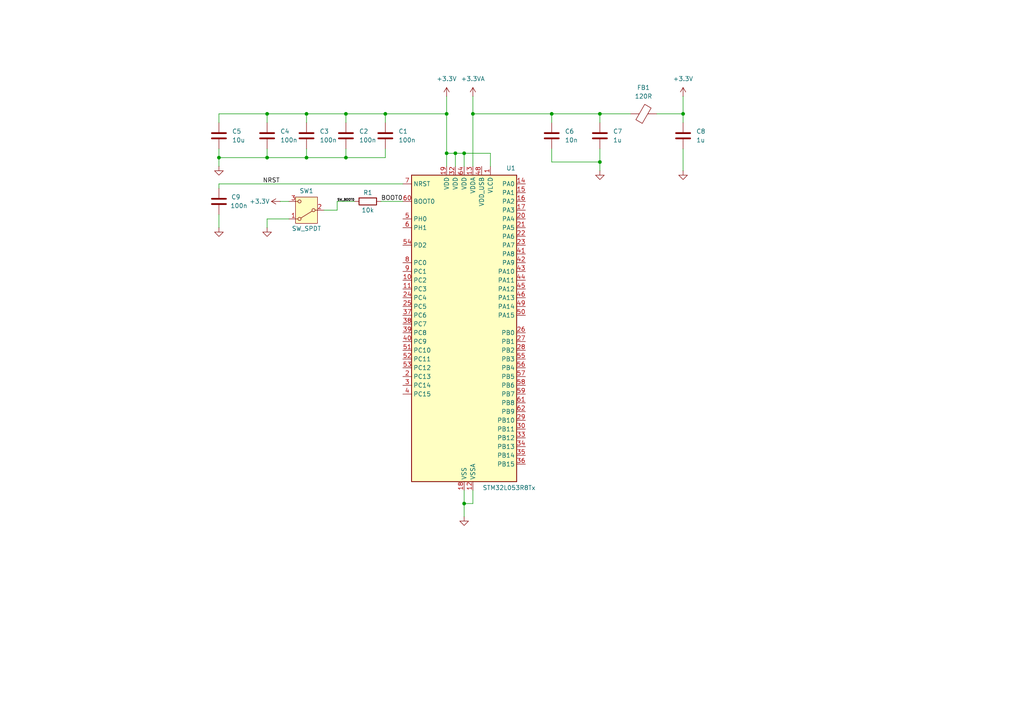
<source format=kicad_sch>
(kicad_sch (version 20231120) (generator "eeschema") (generator_version "8.0")
  (paper "A4")
  (lib_symbols
    (symbol "Device:C" (pin_numbers hide) (pin_names (offset 0.254))
      (property "Reference" "C" (at 0.635 2.54 0))
      (property "Value" "C" (at 0.635 -2.54 0))
      (symbol "C_0_1"
        (polyline (pts (xy -2.032 -0.762) (xy 2.032 -0.762)) (stroke (width 0.508)))
        (polyline (pts (xy -2.032 0.762) (xy 2.032 0.762)) (stroke (width 0.508)))
      )
      (symbol "C_1_1"
        (pin passive line (at 0 3.81 270) (length 2.794) (name "~") (number "1"))
        (pin passive line (at 0 -3.81 90) (length 2.794) (name "~") (number "2"))
      )
    )
    (symbol "Device:FerriteBead" (pin_numbers hide) (pin_names (offset 0))
      (property "Reference" "FB" (at -3.81 0.635 90))
      (property "Value" "FerriteBead" (at 3.81 0 90))
      (symbol "FerriteBead_0_1"
        (polyline (pts (xy 0 -1.27) (xy 0 -1.2192)))
        (polyline (pts (xy 0 1.27) (xy 0 1.2954)))
        (polyline (pts (xy -2.7686 0.4064) (xy -1.7018 2.2606) (xy 2.7686 -0.3048) (xy 1.6764 -2.159) (xy -2.7686 0.4064)))
      )
      (symbol "FerriteBead_1_1"
        (pin passive line (at 0 3.81 270) (length 2.54) (name "~") (number "1"))
        (pin passive line (at 0 -3.81 90) (length 2.54) (name "~") (number "2"))
      )
    )
    (symbol "Device:R" (pin_numbers hide) (pin_names (offset 0))
      (property "Reference" "R" (at 2.032 0 90))
      (property "Value" "R" (at 0 0 90))
      (symbol "R_0_1"
        (rectangle (start -1.016 -2.54) (end 1.016 2.54) (stroke (width 0.254)))
      )
      (symbol "R_1_1"
        (pin passive line (at 0 3.81 270) (length 1.27) (name "~") (number "1"))
        (pin passive line (at 0 -3.81 90) (length 1.27) (name "~") (number "2"))
      )
    )
    (symbol "MCU_ST_STM32L0:STM32L053R8Tx"
      (property "Reference" "U" (at -15.24 46.99 0))
      (property "Value" "STM32L053R8Tx" (at 10.16 46.99 0))
      (symbol "STM32L053R8Tx_0_1"
        (rectangle (start -15.24 -43.18) (end 15.24 45.72) (stroke (width 0.254)) (fill (type background)))
      )
      (symbol "STM32L053R8Tx_1_1"
        (pin power_in line (at 7.62 48.26 270) (length 2.54) (name "VLCD") (number "1"))
        (pin bidirectional line (at -17.78 15.24 0) (length 2.54) (name "PC2") (number "10"))
        (pin bidirectional line (at -17.78 12.7 0) (length 2.54) (name "PC3") (number "11"))
        (pin power_in line (at 2.54 -45.72 90) (length 2.54) (name "VSSA") (number "12"))
        (pin power_in line (at 2.54 48.26 270) (length 2.54) (name "VDDA") (number "13"))
        (pin bidirectional line (at 17.78 43.18 180) (length 2.54) (name "PA0") (number "14"))
        (pin bidirectional line (at 17.78 40.64 180) (length 2.54) (name "PA1") (number "15"))
        (pin bidirectional line (at 17.78 38.1 180) (length 2.54) (name "PA2") (number "16"))
        (pin bidirectional line (at 17.78 35.56 180) (length 2.54) (name "PA3") (number "17"))
        (pin power_in line (at 0 -45.72 90) (length 2.54) (name "VSS") (number "18"))
        (pin power_in line (at -5.08 48.26 270) (length 2.54) (name "VDD") (number "19"))
        (pin bidirectional line (at -17.78 -12.7 0) (length 2.54) (name "PC13") (number "2"))
        (pin bidirectional line (at 17.78 33.02 180) (length 2.54) (name "PA4") (number "20"))
        (pin bidirectional line (at 17.78 30.48 180) (length 2.54) (name "PA5") (number "21"))
        (pin bidirectional line (at 17.78 27.94 180) (length 2.54) (name "PA6") (number "22"))
        (pin bidirectional line (at 17.78 25.4 180) (length 2.54) (name "PA7") (number "23"))
        (pin bidirectional line (at -17.78 10.16 0) (length 2.54) (name "PC4") (number "24"))
        (pin bidirectional line (at -17.78 7.62 0) (length 2.54) (name "PC5") (number "25"))
        (pin bidirectional line (at 17.78 0 180) (length 2.54) (name "PB0") (number "26"))
        (pin bidirectional line (at 17.78 -2.54 180) (length 2.54) (name "PB1") (number "27"))
        (pin bidirectional line (at 17.78 -5.08 180) (length 2.54) (name "PB2") (number "28"))
        (pin bidirectional line (at 17.78 -25.4 180) (length 2.54) (name "PB10") (number "29"))
        (pin bidirectional line (at -17.78 -15.24 0) (length 2.54) (name "PC14") (number "3"))
        (pin bidirectional line (at 17.78 -27.94 180) (length 2.54) (name "PB11") (number "30"))
        (pin passive line (at 0 -45.72 90) (length 2.54) hide (name "VSS") (number "31"))
        (pin power_in line (at -2.54 48.26 270) (length 2.54) (name "VDD") (number "32"))
        (pin bidirectional line (at 17.78 -30.48 180) (length 2.54) (name "PB12") (number "33"))
        (pin bidirectional line (at 17.78 -33.02 180) (length 2.54) (name "PB13") (number "34"))
        (pin bidirectional line (at 17.78 -35.56 180) (length 2.54) (name "PB14") (number "35"))
        (pin bidirectional line (at 17.78 -38.1 180) (length 2.54) (name "PB15") (number "36"))
        (pin bidirectional line (at -17.78 5.08 0) (length 2.54) (name "PC6") (number "37"))
        (pin bidirectional line (at -17.78 2.54 0) (length 2.54) (name "PC7") (number "38"))
        (pin bidirectional line (at -17.78 0 0) (length 2.54) (name "PC8") (number "39"))
        (pin bidirectional line (at -17.78 -17.78 0) (length 2.54) (name "PC15") (number "4"))
        (pin bidirectional line (at -17.78 -2.54 0) (length 2.54) (name "PC9") (number "40"))
        (pin bidirectional line (at 17.78 22.86 180) (length 2.54) (name "PA8") (number "41"))
        (pin bidirectional line (at 17.78 20.32 180) (length 2.54) (name "PA9") (number "42"))
        (pin bidirectional line (at 17.78 17.78 180) (length 2.54) (name "PA10") (number "43"))
        (pin bidirectional line (at 17.78 15.24 180) (length 2.54) (name "PA11") (number "44"))
        (pin bidirectional line (at 17.78 12.7 180) (length 2.54) (name "PA12") (number "45"))
        (pin bidirectional line (at 17.78 10.16 180) (length 2.54) (name "PA13") (number "46"))
        (pin passive line (at 0 -45.72 90) (length 2.54) hide (name "VSS") (number "47"))
        (pin power_in line (at 5.08 48.26 270) (length 2.54) (name "VDD_USB") (number "48"))
        (pin bidirectional line (at 17.78 7.62 180) (length 2.54) (name "PA14") (number "49"))
        (pin bidirectional line (at -17.78 33.02 0) (length 2.54) (name "PH0") (number "5"))
        (pin bidirectional line (at 17.78 5.08 180) (length 2.54) (name "PA15") (number "50"))
        (pin bidirectional line (at -17.78 -5.08 0) (length 2.54) (name "PC10") (number "51"))
        (pin bidirectional line (at -17.78 -7.62 0) (length 2.54) (name "PC11") (number "52"))
        (pin bidirectional line (at -17.78 -10.16 0) (length 2.54) (name "PC12") (number "53"))
        (pin bidirectional line (at -17.78 25.4 0) (length 2.54) (name "PD2") (number "54"))
        (pin bidirectional line (at 17.78 -7.62 180) (length 2.54) (name "PB3") (number "55"))
        (pin bidirectional line (at 17.78 -10.16 180) (length 2.54) (name "PB4") (number "56"))
        (pin bidirectional line (at 17.78 -12.7 180) (length 2.54) (name "PB5") (number "57"))
        (pin bidirectional line (at 17.78 -15.24 180) (length 2.54) (name "PB6") (number "58"))
        (pin bidirectional line (at 17.78 -17.78 180) (length 2.54) (name "PB7") (number "59"))
        (pin bidirectional line (at -17.78 30.48 0) (length 2.54) (name "PH1") (number "6"))
        (pin input line (at -17.78 38.1 0) (length 2.54) (name "BOOT0") (number "60"))
        (pin bidirectional line (at 17.78 -20.32 180) (length 2.54) (name "PB8") (number "61"))
        (pin bidirectional line (at 17.78 -22.86 180) (length 2.54) (name "PB9") (number "62"))
        (pin passive line (at 0 -45.72 90) (length 2.54) hide (name "VSS") (number "63"))
        (pin power_in line (at 0 48.26 270) (length 2.54) (name "VDD") (number "64"))
        (pin input line (at -17.78 43.18 0) (length 2.54) (name "NRST") (number "7"))
        (pin bidirectional line (at -17.78 20.32 0) (length 2.54) (name "PC0") (number "8"))
        (pin bidirectional line (at -17.78 17.78 0) (length 2.54) (name "PC1") (number "9"))
      )
    )
    (symbol "Switch:SW_SPDT" (pin_names (offset 0) hide)
      (property "Reference" "SW" (at 0 5.08 0))
      (property "Value" "SW_SPDT" (at 0 -5.08 0))
      (symbol "SW_SPDT_0_1"
        (circle (center -2.032 0) (radius 0.4572))
        (polyline (pts (xy -1.651 0.254) (xy 1.651 2.286)))
        (circle (center 2.032 -2.54) (radius 0.4572))
        (circle (center 2.032 2.54) (radius 0.4572))
      )
      (symbol "SW_SPDT_1_1"
        (rectangle (start -3.175 3.81) (end 3.175 -3.81) (fill (type background)))
        (pin passive line (at 5.08 2.54 180) (length 2.54) (name "A") (number "1"))
        (pin passive line (at -5.08 0 0) (length 2.54) (name "B") (number "2"))
        (pin passive line (at 5.08 -2.54 180) (length 2.54) (name "C") (number "3"))
      )
    )
    (symbol "power:+3.3V" (power) (pin_numbers hide) (pin_names (offset 0) hide)
      (property "Value" "+3.3V" (at 0 3.556 0))
      (symbol "+3.3V_0_1"
        (polyline (pts (xy -0.762 1.27) (xy 0 2.54)))
        (polyline (pts (xy 0 0) (xy 0 2.54)))
        (polyline (pts (xy 0 2.54) (xy 0.762 1.27)))
      )
      (symbol "+3.3V_1_1"
        (pin power_in line (at 0 0 90) (length 0) (name "~") (number "1"))
      )
    )
    (symbol "power:+3.3VA" (power) (pin_numbers hide) (pin_names (offset 0) hide)
      (property "Value" "+3.3VA" (at 0 3.556 0))
      (symbol "+3.3VA_0_1"
        (polyline (pts (xy -0.762 1.27) (xy 0 2.54)))
        (polyline (pts (xy 0 0) (xy 0 2.54)))
        (polyline (pts (xy 0 2.54) (xy 0.762 1.27)))
      )
      (symbol "+3.3VA_1_1"
        (pin power_in line (at 0 0 90) (length 0) (name "~") (number "1"))
      )
    )
    (symbol "power:GND" (power) (pin_numbers hide) (pin_names (offset 0) hide)
      (property "Value" "GND" (at 0 -3.81 0))
      (symbol "GND_0_1"
        (polyline (pts (xy 0 0) (xy 0 -1.27) (xy 1.27 -1.27) (xy 0 -2.54) (xy -1.27 -1.27) (xy 0 -1.27)))
      )
      (symbol "GND_1_1"
        (pin power_in line (at 0 0 270) (length 0) (name "~") (number "1"))
      )
    )
  )
  (junction (at 198.12 33.02))
  (junction (at 173.99 46.99))
  (junction (at 88.9 45.72))
  (junction (at 63.5 45.72))
  (junction (at 111.76 33.02))
  (junction (at 137.16 33.02))
  (junction (at 132.08 44.45))
  (junction (at 77.47 45.72))
  (junction (at 88.9 33.02))
  (junction (at 100.33 33.02))
  (junction (at 129.54 44.45))
  (junction (at 134.62 146.05))
  (junction (at 129.54 33.02))
  (junction (at 173.99 33.02))
  (junction (at 100.33 45.72))
  (junction (at 134.62 44.45))
  (junction (at 77.47 33.02))
  (junction (at 160.02 33.02))
  (wire (pts (xy 63.5 62.23) (xy 63.5 66.04)))
  (wire (pts (xy 198.12 33.02) (xy 198.12 35.56)))
  (wire (pts (xy 134.62 44.45) (xy 134.62 48.26)))
  (wire (pts (xy 63.5 35.56) (xy 63.5 33.02)))
  (wire (pts (xy 134.62 44.45) (xy 142.24 44.45)))
  (wire (pts (xy 77.47 43.18) (xy 77.47 45.72)))
  (wire (pts (xy 129.54 44.45) (xy 132.08 44.45)))
  (wire (pts (xy 173.99 46.99) (xy 160.02 46.99)))
  (wire (pts (xy 63.5 43.18) (xy 63.5 45.72)))
  (wire (pts (xy 63.5 33.02) (xy 77.47 33.02)))
  (wire (pts (xy 160.02 46.99) (xy 160.02 43.18)))
  (wire (pts (xy 97.79 60.96) (xy 97.79 58.42)))
  (wire (pts (xy 132.08 44.45) (xy 132.08 48.26)))
  (wire (pts (xy 129.54 27.94) (xy 129.54 33.02)))
  (wire (pts (xy 129.54 33.02) (xy 111.76 33.02)))
  (wire (pts (xy 173.99 33.02) (xy 173.99 35.56)))
  (wire (pts (xy 88.9 45.72) (xy 100.33 45.72)))
  (wire (pts (xy 134.62 146.05) (xy 134.62 149.86)))
  (wire (pts (xy 129.54 44.45) (xy 129.54 48.26)))
  (wire (pts (xy 88.9 43.18) (xy 88.9 45.72)))
  (wire (pts (xy 137.16 27.94) (xy 137.16 33.02)))
  (wire (pts (xy 77.47 63.5) (xy 77.47 66.04)))
  (wire (pts (xy 173.99 43.18) (xy 173.99 46.99)))
  (wire (pts (xy 100.33 33.02) (xy 100.33 35.56)))
  (wire (pts (xy 100.33 33.02) (xy 88.9 33.02)))
  (wire (pts (xy 63.5 53.34) (xy 116.84 53.34)))
  (wire (pts (xy 129.54 33.02) (xy 129.54 44.45)))
  (wire (pts (xy 173.99 33.02) (xy 182.88 33.02)))
  (wire (pts (xy 63.5 54.61) (xy 63.5 53.34)))
  (wire (pts (xy 100.33 43.18) (xy 100.33 45.72)))
  (wire (pts (xy 81.28 58.42) (xy 83.82 58.42)))
  (wire (pts (xy 63.5 45.72) (xy 77.47 45.72)))
  (wire (pts (xy 132.08 44.45) (xy 134.62 44.45)))
  (wire (pts (xy 93.98 60.96) (xy 97.79 60.96)))
  (wire (pts (xy 111.76 33.02) (xy 111.76 35.56)))
  (wire (pts (xy 190.5 33.02) (xy 198.12 33.02)))
  (wire (pts (xy 137.16 33.02) (xy 137.16 48.26)))
  (wire (pts (xy 137.16 33.02) (xy 160.02 33.02)))
  (wire (pts (xy 110.49 58.42) (xy 116.84 58.42)))
  (wire (pts (xy 142.24 44.45) (xy 142.24 48.26)))
  (wire (pts (xy 134.62 146.05) (xy 137.16 146.05)))
  (wire (pts (xy 160.02 33.02) (xy 173.99 33.02)))
  (wire (pts (xy 77.47 33.02) (xy 77.47 35.56)))
  (wire (pts (xy 137.16 142.24) (xy 137.16 146.05)))
  (wire (pts (xy 111.76 33.02) (xy 100.33 33.02)))
  (wire (pts (xy 100.33 45.72) (xy 111.76 45.72)))
  (wire (pts (xy 198.12 27.94) (xy 198.12 33.02)))
  (wire (pts (xy 198.12 43.18) (xy 198.12 49.53)))
  (wire (pts (xy 77.47 45.72) (xy 88.9 45.72)))
  (wire (pts (xy 88.9 33.02) (xy 77.47 33.02)))
  (wire (pts (xy 173.99 46.99) (xy 173.99 49.53)))
  (wire (pts (xy 134.62 142.24) (xy 134.62 146.05)))
  (wire (pts (xy 63.5 45.72) (xy 63.5 48.26)))
  (wire (pts (xy 77.47 63.5) (xy 83.82 63.5)))
  (wire (pts (xy 97.79 58.42) (xy 102.87 58.42)))
  (wire (pts (xy 160.02 33.02) (xy 160.02 35.56)))
  (wire (pts (xy 111.76 45.72) (xy 111.76 43.18)))
  (wire (pts (xy 88.9 33.02) (xy 88.9 35.56)))
  (label "NRST" (at 76.2 53.34 0))
  (label "SW_BOOT0" (at 97.79 58.42 0) (effects (font (size 0.635 0.635))))
  (label "BOOT0" (at 110.49 58.42 0))
  (symbol (lib_id "power:+3.3V") (at 129.54 27.94 0) (unit 1)
    (property "Reference" "#PWR02" (effects (hide yes)))
    (property "Value" "+3.3V" (at 129.54 22.86 0))
    (property "Description" "Power symbol creates a global label with name \"+3.3V\"" (effects (hide yes)))
  )
  (symbol (lib_id "Device:C") (at 77.47 39.37 0) (unit 1)
    (property "Reference" "C4" (at 81.28 38.0999 0) (effects (justify left)))
    (property "Value" "100n" (at 81.28 40.6399 0) (effects (justify left)))
    (property "Description" "Unpolarized capacitor" (effects (hide yes)))
  )
  (symbol (lib_id "power:GND") (at 173.99 49.53 0) (unit 1)
    (property "Reference" "#PWR05" (effects (hide yes)))
    (property "Value" "GND" (effects (hide yes)))
    (property "Description" "Power symbol creates a global label with name \"GND\" , ground" (effects (hide yes)))
  )
  (symbol (lib_id "Device:C") (at 63.5 58.42 0) (unit 1)
    (property "Reference" "C9" (at 67.056 57.15 0) (effects (justify left)))
    (property "Value" "100n" (at 66.802 59.69 0) (effects (justify left)))
    (property "Description" "Unpolarized capacitor" (effects (hide yes)))
  )
  (symbol (lib_id "power:+3.3V") (at 198.12 27.94 0) (unit 1)
    (property "Reference" "#PWR07" (effects (hide yes)))
    (property "Value" "+3.3V" (at 198.12 22.86 0))
    (property "Description" "Power symbol creates a global label with name \"+3.3V\"" (effects (hide yes)))
  )
  (symbol (lib_id "Device:C") (at 111.76 39.37 0) (unit 1)
    (property "Reference" "C1" (at 115.57 38.0999 0) (effects (justify left)))
    (property "Value" "100n" (at 115.57 40.6399 0) (effects (justify left)))
    (property "Description" "Unpolarized capacitor" (effects (hide yes)))
  )
  (symbol (lib_id "power:GND") (at 77.47 66.04 0) (unit 1)
    (property "Reference" "#PWR09" (effects (hide yes)))
    (property "Value" "GND" (effects (hide yes)))
    (property "Description" "Power symbol creates a global label with name \"GND\" , ground" (effects (hide yes)))
  )
  (symbol (lib_id "power:GND") (at 198.12 49.53 0) (unit 1)
    (property "Reference" "#PWR06" (effects (hide yes)))
    (property "Value" "GND" (effects (hide yes)))
    (property "Description" "Power symbol creates a global label with name \"GND\" , ground" (effects (hide yes)))
  )
  (symbol (lib_id "power:GND") (at 63.5 66.04 0) (unit 1)
    (property "Reference" "#PWR08" (effects (hide yes)))
    (property "Value" "GND" (effects (hide yes)))
    (property "Description" "Power symbol creates a global label with name \"GND\" , ground" (effects (hide yes)))
  )
  (symbol (lib_id "power:GND") (at 134.62 149.86 0) (unit 1)
    (property "Reference" "#PWR01" (effects (hide yes)))
    (property "Value" "GND" (effects (hide yes)))
    (property "Description" "Power symbol creates a global label with name \"GND\" , ground" (effects (hide yes)))
  )
  (symbol (lib_id "Device:C") (at 198.12 39.37 0) (unit 1)
    (property "Reference" "C8" (at 201.93 38.0999 0) (effects (justify left)))
    (property "Value" "1u" (at 201.93 40.6399 0) (effects (justify left)))
    (property "Description" "Unpolarized capacitor" (effects (hide yes)))
  )
  (symbol (lib_id "Device:R") (at 106.68 58.42 90) (unit 1)
    (property "Reference" "R1" (at 106.68 55.88 90))
    (property "Value" "10k" (at 106.68 60.96 90))
    (property "Description" "Resistor" (effects (hide yes)))
  )
  (symbol (lib_id "Device:C") (at 160.02 39.37 0) (unit 1)
    (property "Reference" "C6" (at 163.83 38.0999 0) (effects (justify left)))
    (property "Value" "10n" (at 163.83 40.6399 0) (effects (justify left)))
    (property "Description" "Unpolarized capacitor" (effects (hide yes)))
  )
  (symbol (lib_id "Device:C") (at 88.9 39.37 0) (unit 1)
    (property "Reference" "C3" (at 92.71 38.0999 0) (effects (justify left)))
    (property "Value" "100n" (at 92.71 40.6399 0) (effects (justify left)))
    (property "Description" "Unpolarized capacitor" (effects (hide yes)))
  )
  (symbol (lib_id "Switch:SW_SPDT") (at 88.9 60.96 180) (unit 1)
    (property "Reference" "SW1" (at 88.9 55.372 0))
    (property "Value" "SW_SPDT" (at 88.9 66.294 0))
    (property "Description" "Switch, single pole double throw" (effects (hide yes)))
  )
  (symbol (lib_id "Device:C") (at 100.33 39.37 0) (unit 1)
    (property "Reference" "C2" (at 104.14 38.0999 0) (effects (justify left)))
    (property "Value" "100n" (at 104.14 40.6399 0) (effects (justify left)))
    (property "Description" "Unpolarized capacitor" (effects (hide yes)))
  )
  (symbol (lib_id "power:GND") (at 63.5 48.26 0) (unit 1)
    (property "Reference" "#PWR03" (effects (hide yes)))
    (property "Value" "GND" (effects (hide yes)))
    (property "Description" "Power symbol creates a global label with name \"GND\" , ground" (effects (hide yes)))
  )
  (symbol (lib_id "Device:FerriteBead") (at 186.69 33.02 90) (unit 1)
    (property "Reference" "FB1" (at 186.6392 25.4 90))
    (property "Value" "120R" (at 186.6392 27.94 90))
    (property "Description" "Ferrite bead" (effects (hide yes)))
  )
  (symbol (lib_id "MCU_ST_STM32L0:STM32L053R8Tx") (at 134.62 96.52 0) (unit 1)
    (property "Reference" "U1" (at 146.812 48.768 0) (effects (justify left)))
    (property "Value" "STM32L053R8Tx" (at 139.954 141.478 0) (effects (justify left)))
    (property "Footprint" "Package_QFP:LQFP-64_10x10mm_P0.5mm" (effects (hide yes)))
    (property "Datasheet" "https://www.st.com/resource/en/datasheet/stm32l053r8.pdf" (effects (hide yes)))
    (property "Description" "STMicroelectronics Arm Cortex-M0+ MCU, 64KB flash, 8KB RAM, 32 MHz, 1.65-3.6V, 51 GPIO, LQFP64" (effects (hide yes)))
  )
  (symbol (lib_id "Device:C") (at 63.5 39.37 0) (unit 1)
    (property "Reference" "C5" (at 67.31 38.0999 0) (effects (justify left)))
    (property "Value" "10u" (at 67.31 40.6399 0) (effects (justify left)))
    (property "Description" "Unpolarized capacitor" (effects (hide yes)))
  )
  (symbol (lib_id "power:+3.3VA") (at 137.16 27.94 0) (unit 1)
    (property "Reference" "#PWR04" (effects (hide yes)))
    (property "Value" "+3.3VA" (at 137.16 22.86 0))
    (property "Description" "Power symbol creates a global label with name \"+3.3VA\"" (effects (hide yes)))
  )
  (symbol (lib_id "Device:C") (at 173.99 39.37 0) (unit 1)
    (property "Reference" "C7" (at 177.8 38.0999 0) (effects (justify left)))
    (property "Value" "1u" (at 177.8 40.6399 0) (effects (justify left)))
    (property "Description" "Unpolarized capacitor" (effects (hide yes)))
  )
  (symbol (lib_id "power:+3.3V") (at 81.28 58.42 90) (unit 1)
    (property "Reference" "#PWR010" (effects (hide yes)))
    (property "Value" "+3.3V" (at 78.232 58.42 90) (effects (justify left)))
    (property "Description" "Power symbol creates a global label with name \"+3.3V\"" (effects (hide yes)))
  )
)
</source>
